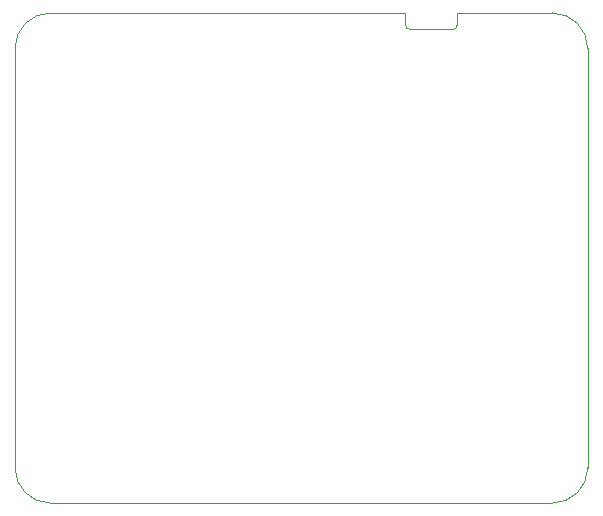
<source format=gm1>
%TF.GenerationSoftware,KiCad,Pcbnew,(6.0.7-1)-1*%
%TF.CreationDate,2022-08-15T15:40:10-06:00*%
%TF.ProjectId,led_modulator,6c65645f-6d6f-4647-956c-61746f722e6b,rev?*%
%TF.SameCoordinates,Original*%
%TF.FileFunction,Profile,NP*%
%FSLAX46Y46*%
G04 Gerber Fmt 4.6, Leading zero omitted, Abs format (unit mm)*
G04 Created by KiCad (PCBNEW (6.0.7-1)-1) date 2022-08-15 15:40:10*
%MOMM*%
%LPD*%
G01*
G04 APERTURE LIST*
%TA.AperFunction,Profile*%
%ADD10C,0.100000*%
%TD*%
G04 APERTURE END LIST*
D10*
X160500000Y-109000000D02*
G75*
G03*
X157500000Y-106000000I-3000000J0D01*
G01*
X112000000Y-144500000D02*
G75*
G03*
X115000000Y-147500000I3000000J0D01*
G01*
X115000000Y-106000000D02*
X140750000Y-106000000D01*
X115000000Y-106000000D02*
G75*
G03*
X112000000Y-109000000I0J-3000000D01*
G01*
X157500000Y-147500000D02*
G75*
G03*
X160500000Y-144500000I0J3000000D01*
G01*
X160500000Y-109000000D02*
X160500000Y-144500000D01*
X112000000Y-144500000D02*
X112000000Y-109000000D01*
X157500000Y-147500000D02*
X115000000Y-147500000D01*
X153750000Y-106000000D02*
X157500000Y-106000000D01*
X145450000Y-107400000D02*
X149050000Y-107400000D01*
X149450000Y-107000000D02*
X149450000Y-106000000D01*
X149450000Y-106000000D02*
X153750000Y-106000000D01*
X145050000Y-107000000D02*
X145050000Y-106000000D01*
X145050000Y-106000000D02*
X140750000Y-106000000D01*
X145050000Y-107000000D02*
G75*
G03*
X145450000Y-107400000I400000J0D01*
G01*
X149050000Y-107400000D02*
G75*
G03*
X149450000Y-107000000I1J399999D01*
G01*
M02*

</source>
